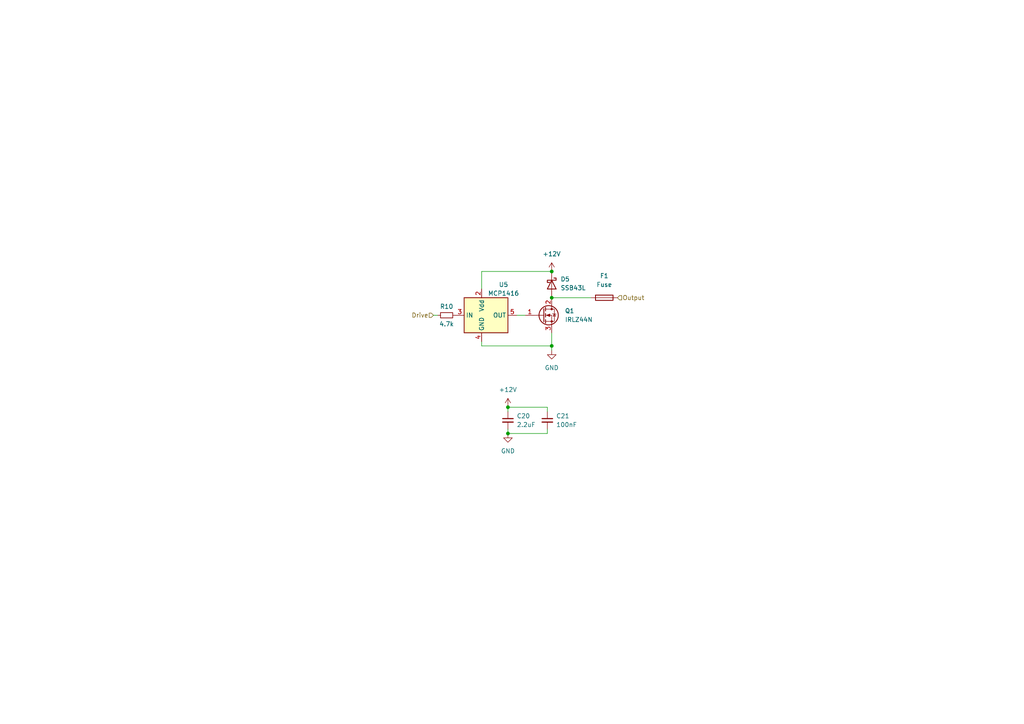
<source format=kicad_sch>
(kicad_sch (version 20211123) (generator eeschema)
  (paper "A4")
  (lib_symbols
    (symbol "Device:C_Small" (pin_numbers hide) (pin_names (offset 0.254) hide)
      (property "Reference" "C" (at 0.254 1.778 0))
      (property "Value" "C_Small" (at 0.254 -2.032 0))
      (symbol "C_Small_0_1"
        (polyline (pts (xy -1.524 -0.508) (xy 1.524 -0.508)) (stroke (width 0.3302)))
        (polyline (pts (xy -1.524 0.508) (xy 1.524 0.508)) (stroke (width 0.3048)))
      )
      (symbol "C_Small_1_1"
        (pin passive line (at 0 2.54 270) (length 2.032) (name "~") (number "1"))
        (pin passive line (at 0 -2.54 90) (length 2.032) (name "~") (number "2"))
      )
    )
    (symbol "Device:D_Schottky" (pin_numbers hide) (pin_names (offset 1.016) hide)
      (property "Reference" "D" (at 0 2.54 0))
      (property "Value" "D_Schottky" (at 0 -2.54 0))
      (symbol "D_Schottky_0_1"
        (polyline (pts (xy 1.27 0) (xy -1.27 0)))
        (polyline (pts (xy 1.27 1.27) (xy 1.27 -1.27) (xy -1.27 0) (xy 1.27 1.27)) (stroke (width 0.254)))
        (polyline (pts (xy -1.905 0.635) (xy -1.905 1.27) (xy -1.27 1.27) (xy -1.27 -1.27) (xy -0.635 -1.27) (xy -0.635 -0.635)) (stroke (width 0.254)))
      )
      (symbol "D_Schottky_1_1"
        (pin passive line (at -3.81 0 0) (length 2.54) (name "K") (number "1"))
        (pin passive line (at 3.81 0 180) (length 2.54) (name "A") (number "2"))
      )
    )
    (symbol "Device:Fuse" (pin_numbers hide) (pin_names (offset 0))
      (property "Reference" "F" (at 2.032 0 90))
      (property "Value" "Fuse" (at -1.905 0 90))
      (symbol "Fuse_0_1"
        (rectangle (start -0.762 -2.54) (end 0.762 2.54) (stroke (width 0.254)))
        (polyline (pts (xy 0 2.54) (xy 0 -2.54)))
      )
      (symbol "Fuse_1_1"
        (pin passive line (at 0 3.81 270) (length 1.27) (name "~") (number "1"))
        (pin passive line (at 0 -3.81 90) (length 1.27) (name "~") (number "2"))
      )
    )
    (symbol "Device:R_Small" (pin_numbers hide) (pin_names (offset 0.254) hide)
      (property "Reference" "R" (at 0.762 0.508 0))
      (property "Value" "R_Small" (at 0.762 -1.016 0))
      (symbol "R_Small_0_1"
        (rectangle (start -0.762 1.778) (end 0.762 -1.778) (stroke (width 0.2032)))
      )
      (symbol "R_Small_1_1"
        (pin passive line (at 0 2.54 270) (length 0.762) (name "~") (number "1"))
        (pin passive line (at 0 -2.54 90) (length 0.762) (name "~") (number "2"))
      )
    )
    (symbol "Driver_FET:MCP1416"
      (property "Reference" "U" (at -5.08 6.35 0))
      (property "Value" "MCP1416" (at 1.27 6.35 0))
      (symbol "MCP1416_0_1"
        (rectangle (start -5.08 5.08) (end 7.62 -5.08) (stroke (width 0.254)) (fill (type background)))
      )
      (symbol "MCP1416_1_1"
        (pin no_connect line (at 7.62 -2.54 180) (length 2.54) hide (name "NC") (number "1"))
        (pin power_in line (at 0 7.62 270) (length 2.54) (name "Vdd") (number "2"))
        (pin input line (at -7.62 0 0) (length 2.54) (name "IN") (number "3"))
        (pin power_in line (at 0 -7.62 90) (length 2.54) (name "GND") (number "4"))
        (pin output line (at 10.16 0 180) (length 2.54) (name "OUT") (number "5"))
      )
    )
    (symbol "Transistor_FET:IRLZ44N" (pin_names hide)
      (property "Reference" "Q" (at 6.35 1.905 0))
      (property "Value" "IRLZ44N" (at 6.35 0 0))
      (symbol "IRLZ44N_0_1"
        (polyline (pts (xy 0.254 0) (xy -2.54 0)))
        (polyline (pts (xy 0.254 1.905) (xy 0.254 -1.905)) (stroke (width 0.254)))
        (polyline (pts (xy 0.762 -1.27) (xy 0.762 -2.286)) (stroke (width 0.254)))
        (polyline (pts (xy 0.762 0.508) (xy 0.762 -0.508)) (stroke (width 0.254)))
        (polyline (pts (xy 0.762 2.286) (xy 0.762 1.27)) (stroke (width 0.254)))
        (polyline (pts (xy 2.54 2.54) (xy 2.54 1.778)))
        (polyline (pts (xy 2.54 -2.54) (xy 2.54 0) (xy 0.762 0)))
        (polyline (pts (xy 0.762 -1.778) (xy 3.302 -1.778) (xy 3.302 1.778) (xy 0.762 1.778)))
        (polyline (pts (xy 1.016 0) (xy 2.032 0.381) (xy 2.032 -0.381) (xy 1.016 0)) (fill (type outline)))
        (polyline (pts (xy 2.794 0.508) (xy 2.921 0.381) (xy 3.683 0.381) (xy 3.81 0.254)))
        (polyline (pts (xy 3.302 0.381) (xy 2.921 -0.254) (xy 3.683 -0.254) (xy 3.302 0.381)))
        (circle (center 1.651 0) (radius 2.794) (stroke (width 0.254)))
        (circle (center 2.54 -1.778) (radius 0.254) (fill (type outline)))
        (circle (center 2.54 1.778) (radius 0.254) (fill (type outline)))
      )
      (symbol "IRLZ44N_1_1"
        (pin input line (at -5.08 0 0) (length 2.54) (name "G") (number "1"))
        (pin passive line (at 2.54 5.08 270) (length 2.54) (name "D") (number "2"))
        (pin passive line (at 2.54 -5.08 90) (length 2.54) (name "S") (number "3"))
      )
    )
    (symbol "power:+12V" (power) (pin_names (offset 0))
      (property "Value" "+12V" (at 0 3.556 0))
      (symbol "+12V_0_1"
        (polyline (pts (xy -0.762 1.27) (xy 0 2.54)))
        (polyline (pts (xy 0 0) (xy 0 2.54)))
        (polyline (pts (xy 0 2.54) (xy 0.762 1.27)))
      )
      (symbol "+12V_1_1"
        (pin power_in line (at 0 0 90) (length 0) hide (name "+12V") (number "1"))
      )
    )
    (symbol "power:GND" (power) (pin_names (offset 0))
      (property "Value" "GND" (at 0 -3.81 0))
      (symbol "GND_0_1"
        (polyline (pts (xy 0 0) (xy 0 -1.27) (xy 1.27 -1.27) (xy 0 -2.54) (xy -1.27 -1.27) (xy 0 -1.27)))
      )
      (symbol "GND_1_1"
        (pin power_in line (at 0 0 270) (length 0) hide (name "GND") (number "1"))
      )
    )
  )
  (junction (at 160.02 100.33))
  (junction (at 160.02 78.74))
  (junction (at 147.32 125.73))
  (junction (at 147.32 118.11))
  (junction (at 160.02 86.36))
  (wire (pts (xy 147.32 118.11) (xy 158.75 118.11)))
  (wire (pts (xy 160.02 101.6) (xy 160.02 100.33)))
  (wire (pts (xy 139.7 78.74) (xy 139.7 83.82)))
  (wire (pts (xy 158.75 125.73) (xy 147.32 125.73)))
  (wire (pts (xy 147.32 118.11) (xy 147.32 119.38)))
  (wire (pts (xy 139.7 100.33) (xy 160.02 100.33)))
  (wire (pts (xy 158.75 118.11) (xy 158.75 119.38)))
  (wire (pts (xy 139.7 99.06) (xy 139.7 100.33)))
  (wire (pts (xy 149.86 91.44) (xy 152.4 91.44)))
  (wire (pts (xy 160.02 78.74) (xy 139.7 78.74)))
  (wire (pts (xy 158.75 124.46) (xy 158.75 125.73)))
  (wire (pts (xy 125.73 91.44) (xy 127 91.44)))
  (wire (pts (xy 160.02 86.36) (xy 171.45 86.36)))
  (wire (pts (xy 160.02 100.33) (xy 160.02 96.52)))
  (wire (pts (xy 147.32 125.73) (xy 147.32 124.46)))
  (hierarchical_label "Output" (shape input) (at 179.07 86.36 0))
  (hierarchical_label "Drive" (shape input) (at 125.73 91.44 180))
  (symbol (lib_id "Device:C_Small") (at 158.75 121.92 0) (unit 1)
    (property "Reference" "C21" (at 161.29 120.6562 0) (effects (justify left)))
    (property "Value" "100nF" (at 161.29 123.1962 0) (effects (justify left)))
    (property "Footprint" "Capacitor_SMD:C_0603_1608Metric" (effects hide))
  )
  (symbol (lib_id "Device:C_Small") (at 147.32 121.92 0) (unit 1)
    (property "Reference" "C20" (at 149.86 120.6562 0) (effects (justify left)))
    (property "Value" "2.2uF" (at 149.86 123.1962 0) (effects (justify left)))
    (property "Footprint" "Capacitor_SMD:C_0805_2012Metric" (effects hide))
  )
  (symbol (lib_id "Device:R_Small") (at 129.54 91.44 90) (unit 1)
    (property "Reference" "R10" (at 129.54 88.9 90))
    (property "Value" "4.7k" (at 129.54 93.98 90))
    (property "Footprint" "Resistor_SMD:R_0603_1608Metric" (effects hide))
  )
  (symbol (lib_id "power:+12V") (at 160.02 78.74 0) (unit 1)
    (property "Reference" "#PWR036" (effects hide))
    (property "Value" "+12V" (at 160.02 73.66 0))
  )
  (symbol (lib_id "Device:Fuse") (at 175.26 86.36 90) (unit 1)
    (property "Reference" "F1" (at 175.26 80.01 90))
    (property "Value" "Fuse" (at 175.26 82.55 90))
    (property "Footprint" "Fuse:Fuseholder_Blade_Mini_Keystone_3568" (effects hide))
  )
  (symbol (lib_id "Device:D_Schottky") (at 160.02 82.55 270) (unit 1)
    (property "Reference" "D5" (at 162.56 80.9624 90) (effects (justify left)))
    (property "Value" "SSB43L" (at 162.56 83.5024 90) (effects (justify left)))
    (property "Footprint" "Diode_SMD:D_SMB" (effects hide))
  )
  (symbol (lib_id "Driver_FET:MCP1416") (at 139.7 91.44 0) (unit 1)
    (property "Reference" "U5" (at 146.05 82.55 0))
    (property "Value" "MCP1416" (at 146.05 85.09 0))
    (property "Footprint" "Package_TO_SOT_SMD:SOT-23-5" (effects hide))
    (property "Datasheet" "http://ww1.microchip.com/downloads/en/DeviceDoc/20002092F.pdf" (effects hide))
  )
  (symbol (lib_id "power:+12V") (at 147.32 118.11 0) (unit 1)
    (property "Reference" "#PWR034" (effects hide))
    (property "Value" "+12V" (at 147.32 113.03 0))
  )
  (symbol (lib_id "Transistor_FET:IRLZ44N") (at 157.48 91.44 0) (unit 1)
    (property "Reference" "Q1" (at 163.83 90.1699 0) (effects (justify left)))
    (property "Value" "IRLZ44N" (at 163.83 92.7099 0) (effects (justify left)))
    (property "Footprint" "Package_TO_SOT_SMD:TO-263-2" (effects hide))
    (property "Datasheet" "http://www.irf.com/product-info/datasheets/data/irlz44n.pdf" (effects hide))
  )
  (symbol (lib_id "power:GND") (at 147.32 125.73 0) (unit 1)
    (property "Reference" "#PWR035" (effects hide))
    (property "Value" "GND" (at 147.32 130.81 0))
  )
  (symbol (lib_id "power:GND") (at 160.02 101.6 0) (unit 1)
    (property "Reference" "#PWR037" (effects hide))
    (property "Value" "GND" (at 160.02 106.68 0))
  )
)
</source>
